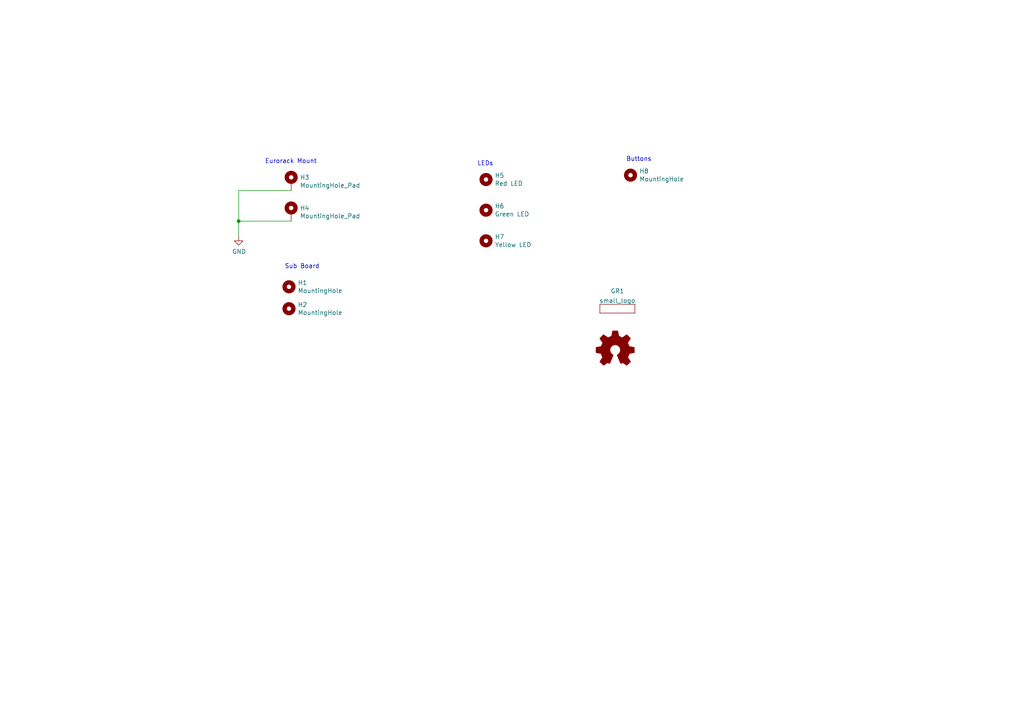
<source format=kicad_sch>
(kicad_sch (version 20211123) (generator eeschema)
  (paper "A4")
  (title_block (title "Du Dad 2HP Panel") (rev "1.0"))
  (lib_symbols
    (symbol "Graphic:Logo_Open_Hardware_Small" (pin_names (offset 1.016))
      (symbol "Logo_Open_Hardware_Small_0_1"
        (polyline (pts (xy 3.3528 -4.3434) (xy 3.302 -4.318) (xy 3.175 -4.2418) (xy 2.9972 -4.1148) (xy 2.7686 -3.9624) (xy 2.54 -3.81) (xy 2.3622 -3.7084) (xy 2.2352 -3.6068) (xy 2.1844 -3.5814) (xy 2.159 -3.6068) (xy 2.0574 -3.6576) (xy 1.905 -3.7338) (xy 1.8034 -3.7846) (xy 1.6764 -3.8354) (xy 1.6002 -3.8354) (xy 1.6002 -3.8354) (xy 1.5494 -3.7338) (xy 1.4732 -3.5306) (xy 1.3462 -3.302) (xy 1.2446 -3.0226) (xy 1.1176 -2.7178) (xy 0.9652 -2.413) (xy 0.8636 -2.1082) (xy 0.7366 -1.8288) (xy 0.6604 -1.6256) (xy 0.6096 -1.4732) (xy 0.5842 -1.397) (xy 0.5842 -1.397) (xy 0.6604 -1.3208) (xy 0.7874 -1.2446) (xy 1.0414 -1.016) (xy 1.2954 -0.6858) (xy 1.4478 -0.3302) (xy 1.524 0.0762) (xy 1.4732 0.4572) (xy 1.3208 0.8128) (xy 1.0668 1.143) (xy 0.762 1.3716) (xy 0.4064 1.524) (xy 0 1.5748) (xy -0.381 1.5494) (xy -0.7366 1.397) (xy -1.0668 1.143) (xy -1.2192 0.9906) (xy -1.397 0.6604) (xy -1.524 0.3048) (xy -1.524 0.2286) (xy -1.4986 -0.1778) (xy -1.397 -0.5334) (xy -1.1938 -0.8636) (xy -0.9144 -1.143) (xy -0.8636 -1.1684) (xy -0.7366 -1.27) (xy -0.635 -1.3462) (xy -0.5842 -1.397) (xy -1.0668 -2.5908) (xy -1.143 -2.794) (xy -1.2954 -3.1242) (xy -1.397 -3.4036) (xy -1.4986 -3.6322) (xy -1.5748 -3.7846) (xy -1.6002 -3.8354) (xy -1.6002 -3.8354) (xy -1.651 -3.8354) (xy -1.7272 -3.81) (xy -1.905 -3.7338) (xy -2.0066 -3.683) (xy -2.1336 -3.6068) (xy -2.2098 -3.5814) (xy -2.2606 -3.6068) (xy -2.3622 -3.683) (xy -2.54 -3.81) (xy -2.7686 -3.9624) (xy -2.9718 -4.0894) (xy -3.1496 -4.2164) (xy -3.302 -4.318) (xy -3.3528 -4.3434) (xy -3.3782 -4.3434) (xy -3.429 -4.318) (xy -3.5306 -4.2164) (xy -3.7084 -4.064) (xy -3.937 -3.8354) (xy -3.9624 -3.81) (xy -4.1656 -3.6068) (xy -4.318 -3.4544) (xy -4.4196 -3.3274) (xy -4.445 -3.2766) (xy -4.445 -3.2766) (xy -4.4196 -3.2258) (xy -4.318 -3.0734) (xy -4.2164 -2.8956) (xy -4.064 -2.667) (xy -3.6576 -2.0828) (xy -3.8862 -1.5494) (xy -3.937 -1.3716) (xy -4.0386 -1.1684) (xy -4.0894 -1.0414) (xy -4.1148 -0.9652) (xy -4.191 -0.9398) (xy -4.318 -0.9144) (xy -4.5466 -0.8636) (xy -4.8006 -0.8128) (xy -5.0546 -0.7874) (xy -5.2578 -0.7366) (xy -5.4356 -0.7112) (xy -5.5118 -0.6858) (xy -5.5118 -0.6858) (xy -5.5372 -0.635) (xy -5.5372 -0.5588) (xy -5.5372 -0.4318) (xy -5.5626 -0.2286) (xy -5.5626 0.0762) (xy -5.5626 0.127) (xy -5.5372 0.4064) (xy -5.5372 0.635) (xy -5.5372 0.762) (xy -5.5372 0.8382) (xy -5.5372 0.8382) (xy -5.461 0.8382) (xy -5.3086 0.889) (xy -5.08 0.9144) (xy -4.826 0.9652) (xy -4.8006 0.9906) (xy -4.5466 1.0414) (xy -4.318 1.0668) (xy -4.1656 1.1176) (xy -4.0894 1.143) (xy -4.0894 1.143) (xy -4.0386 1.2446) (xy -3.9624 1.4224) (xy -3.8608 1.6256) (xy -3.7846 1.8288) (xy -3.7084 2.0066) (xy -3.6576 2.159) (xy -3.6322 2.2098) (xy -3.6322 2.2098) (xy -3.683 2.286) (xy -3.7592 2.413) (xy -3.8862 2.5908) (xy -4.064 2.8194) (xy -4.064 2.8448) (xy -4.2164 3.0734) (xy -4.3434 3.2512) (xy -4.4196 3.3782) (xy -4.445 3.4544) (xy -4.445 3.4544) (xy -4.3942 3.5052) (xy -4.2926 3.6322) (xy -4.1148 3.81) (xy -3.937 4.0132) (xy -3.8608 4.064) (xy -3.6576 4.2926) (xy -3.5052 4.4196) (xy -3.4036 4.4958) (xy -3.3528 4.5212) (xy -3.3528 4.5212) (xy -3.302 4.4704) (xy -3.1496 4.3688) (xy -2.9718 4.2418) (xy -2.7432 4.0894) (xy -2.7178 4.0894) (xy -2.4892 3.937) (xy -2.3114 3.81) (xy -2.1844 3.7084) (xy -2.1336 3.683) (xy -2.1082 3.683) (xy -2.032 3.7084) (xy -1.8542 3.7592) (xy -1.6764 3.8354) (xy -1.4732 3.937) (xy -1.27 4.0132) (xy -1.143 4.064) (xy -1.0668 4.1148) (xy -1.0668 4.1148) (xy -1.0414 4.191) (xy -1.016 4.3434) (xy -0.9652 4.572) (xy -0.9144 4.8514) (xy -0.889 4.9022) (xy -0.8382 5.1562) (xy -0.8128 5.3848) (xy -0.7874 5.5372) (xy -0.762 5.588) (xy -0.7112 5.6134) (xy -0.5842 5.6134) (xy -0.4064 5.6134) (xy -0.1524 5.6134) (xy 0.0762 5.6134) (xy 0.3302 5.6134) (xy 0.5334 5.6134) (xy 0.6858 5.588) (xy 0.7366 5.588) (xy 0.7366 5.588) (xy 0.762 5.5118) (xy 0.8128 5.334) (xy 0.8382 5.1054) (xy 0.9144 4.826) (xy 0.9144 4.7752) (xy 0.9652 4.5212) (xy 1.016 4.2926) (xy 1.0414 4.1402) (xy 1.0668 4.0894) (xy 1.0668 4.0894) (xy 1.1938 4.0386) (xy 1.3716 3.9624) (xy 1.5748 3.8608) (xy 2.0828 3.6576) (xy 2.7178 4.0894) (xy 2.7686 4.1402) (xy 2.9972 4.2926) (xy 3.175 4.4196) (xy 3.302 4.4958) (xy 3.3782 4.5212) (xy 3.3782 4.5212) (xy 3.429 4.4704) (xy 3.556 4.3434) (xy 3.7338 4.191) (xy 3.9116 3.9878) (xy 4.064 3.8354) (xy 4.2418 3.6576) (xy 4.3434 3.556) (xy 4.4196 3.4798) (xy 4.4196 3.429) (xy 4.4196 3.4036) (xy 4.3942 3.3274) (xy 4.2926 3.2004) (xy 4.1656 2.9972) (xy 4.0132 2.794) (xy 3.8862 2.5908) (xy 3.7592 2.3876) (xy 3.6576 2.2352) (xy 3.6322 2.159) (xy 3.6322 2.1336) (xy 3.683 2.0066) (xy 3.7592 1.8288) (xy 3.8608 1.6002) (xy 4.064 1.1176) (xy 4.3942 1.0414) (xy 4.5974 1.016) (xy 4.8768 0.9652) (xy 5.1308 0.9144) (xy 5.5372 0.8382) (xy 5.5626 -0.6604) (xy 5.4864 -0.6858) (xy 5.4356 -0.6858) (xy 5.2832 -0.7366) (xy 5.0546 -0.762) (xy 4.8006 -0.8128) (xy 4.5974 -0.8636) (xy 4.3688 -0.9144) (xy 4.2164 -0.9398) (xy 4.1402 -0.9398) (xy 4.1148 -0.9652) (xy 4.064 -1.0668) (xy 3.9878 -1.2446) (xy 3.9116 -1.4478) (xy 3.81 -1.651) (xy 3.7338 -1.8542) (xy 3.683 -2.0066) (xy 3.6576 -2.0828) (xy 3.683 -2.1336) (xy 3.7846 -2.2606) (xy 3.8862 -2.4638) (xy 4.0386 -2.667) (xy 4.191 -2.8956) (xy 4.318 -3.0734) (xy 4.3942 -3.2004) (xy 4.445 -3.2766) (xy 4.4196 -3.3274) (xy 4.3434 -3.429) (xy 4.1656 -3.5814) (xy 3.937 -3.8354) (xy 3.8862 -3.8608) (xy 3.683 -4.064) (xy 3.5306 -4.2164) (xy 3.4036 -4.318) (xy 3.3528 -4.3434)) (fill (type outline)))
      )
    )
    (symbol "Mechanical:MountingHole" (pin_names (offset 1.016))
      (property "Reference" "H" (at 0 5.08 0))
      (property "Value" "MountingHole" (at 0 3.175 0))
      (symbol "MountingHole_0_1"
        (circle (center 0 0) (radius 1.27) (stroke (width 1.27)))
      )
    )
    (symbol "Mechanical:MountingHole_Pad" (pin_numbers hide) (pin_names (offset 1.016) hide)
      (property "Reference" "H" (at 0 6.35 0))
      (property "Value" "MountingHole_Pad" (at 0 4.445 0))
      (symbol "MountingHole_Pad_0_1"
        (circle (center 0 1.27) (radius 1.27) (stroke (width 1.27)))
      )
      (symbol "MountingHole_Pad_1_1"
        (pin input line (at 0 -2.54 90) (length 2.54) (name "1") (number "1"))
      )
    )
    (symbol "greenface-symbols:small_logo" (pin_numbers hide) (pin_names (offset 0) hide)
      (property "Reference" "GR" (at 0 -2.54 0))
      (property "Value" "small_logo" (at 0 0 0))
      (symbol "small_logo_0_1"
        (rectangle (start -5.08 -1.27) (end -5.08 1.27))
        (rectangle (start -5.08 1.27) (end 5.08 1.27))
        (rectangle (start 5.08 -1.27) (end -5.08 -1.27))
        (rectangle (start 5.08 1.27) (end 5.08 -1.27))
      )
    )
    (symbol "power:GND" (power) (pin_names (offset 0))
      (property "Value" "GND" (at 0 -3.81 0))
      (symbol "GND_0_1"
        (polyline (pts (xy 0 0) (xy 0 -1.27) (xy 1.27 -1.27) (xy 0 -2.54) (xy -1.27 -1.27) (xy 0 -1.27)))
      )
      (symbol "GND_1_1"
        (pin power_in line (at 0 0 270) (length 0) hide (name "GND") (number "1"))
      )
    )
  )
  (junction (at 69.215 64.135))
  (wire (pts (xy 69.215 55.245) (xy 84.455 55.245)))
  (wire (pts (xy 69.215 64.135) (xy 84.455 64.135)))
  (wire (pts (xy 69.215 64.135) (xy 69.215 55.245)))
  (wire (pts (xy 69.215 64.135) (xy 69.215 68.58)))
  (text "Buttons" (at 181.61 46.99 0) (effects (font (size 1.27 1.27)) (justify left bottom)))
  (text "Sub Board" (at 82.55 78.105 0) (effects (font (size 1.27 1.27)) (justify left bottom)))
  (text "LEDs" (at 138.43 48.26 0) (effects (font (size 1.27 1.27)) (justify left bottom)))
  (text "Eurorack Mount" (at 76.835 47.625 0) (effects (font (size 1.27 1.27)) (justify left bottom)))
  (symbol (lib_id "Mechanical:MountingHole_Pad") (at 84.455 52.705 0) (unit 1)
    (property "Reference" "H3" (at 86.995 51.4604 0) (effects (justify left)))
    (property "Value" "MountingHole_Pad" (at 86.995 53.7718 0) (effects (justify left)))
    (property "Footprint" "panel:MountingHole_3.2mm_M3_EU" (effects hide))
  )
  (symbol (lib_id "Mechanical:MountingHole_Pad") (at 84.455 61.595 0) (unit 1)
    (property "Reference" "H4" (at 86.995 60.3504 0) (effects (justify left)))
    (property "Value" "MountingHole_Pad" (at 86.995 62.6618 0) (effects (justify left)))
    (property "Footprint" "panel:MountingHole_3.2mm_M3_EU" (effects hide))
  )
  (symbol (lib_id "Mechanical:MountingHole") (at 140.97 52.07 0) (unit 1)
    (property "Reference" "H5" (at 143.51 50.9016 0) (effects (justify left)))
    (property "Value" "Red LED" (at 143.51 53.213 0) (effects (justify left)))
    (property "Footprint" "panel:3mmLED" (effects hide))
  )
  (symbol (lib_id "Mechanical:MountingHole") (at 140.97 60.96 0) (unit 1)
    (property "Reference" "H6" (at 143.51 59.7916 0) (effects (justify left)))
    (property "Value" "Green LED" (at 143.51 62.103 0) (effects (justify left)))
    (property "Footprint" "panel:3mmLED" (effects hide))
  )
  (symbol (lib_id "Mechanical:MountingHole") (at 83.82 83.185 0) (unit 1)
    (property "Reference" "H1" (at 86.36 82.0166 0) (effects (justify left)))
    (property "Value" "MountingHole" (at 86.36 84.328 0) (effects (justify left)))
    (property "Footprint" "MountingHole:MountingHole_2.5mm" (effects hide))
  )
  (symbol (lib_id "Mechanical:MountingHole") (at 83.82 89.535 0) (unit 1)
    (property "Reference" "H2" (at 86.36 88.3666 0) (effects (justify left)))
    (property "Value" "MountingHole" (at 86.36 90.678 0) (effects (justify left)))
    (property "Footprint" "MountingHole:MountingHole_2.5mm" (effects hide))
  )
  (symbol (lib_id "power:GND") (at 69.215 68.58 0) (unit 1)
    (property "Reference" "#PWR01" (effects hide))
    (property "Value" "GND" (at 69.342 72.9742 0))
  )
  (symbol (lib_id "Mechanical:MountingHole") (at 182.88 50.8 0) (unit 1)
    (property "Reference" "H8" (at 185.42 49.6316 0) (effects (justify left)))
    (property "Value" "MountingHole" (at 185.42 51.943 0) (effects (justify left)))
    (property "Footprint" "panel:PushButton3.7mm" (effects hide))
  )
  (symbol (lib_id "Graphic:Logo_Open_Hardware_Small") (at 178.435 101.6 0) (unit 1)
    (property "Reference" "#LOGO1" (effects hide))
    (property "Value" "Logo_Open_Hardware_Small" (effects hide))
  )
  (symbol (lib_id "Mechanical:MountingHole") (at 140.97 69.85 0) (unit 1)
    (property "Reference" "H7" (at 143.51 68.6816 0) (effects (justify left)))
    (property "Value" "Yellow LED" (at 143.51 70.993 0) (effects (justify left)))
    (property "Footprint" "panel:3mmLED" (effects hide))
  )
  (symbol (lib_id "greenface-symbols:small_logo") (at 179.07 89.535 0) (unit 1)
    (property "Reference" "GR1" (at 179.07 84.4255 0))
    (property "Value" "small_logo" (at 179.07 87.2006 0))
    (property "Footprint" "panel:small_face" (effects hide))
  )
)
</source>
